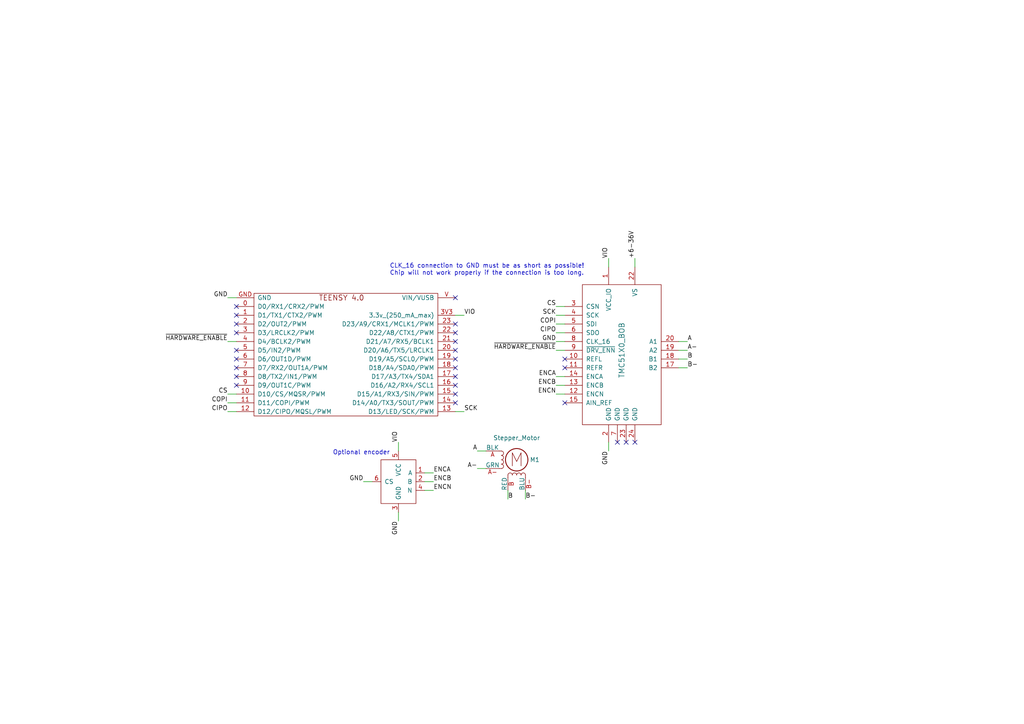
<source format=kicad_sch>
(kicad_sch (version 20230121) (generator eeschema)
  (paper "A4")
  (title_block (title "Trinamic Wiring") (date "2024-07-31") (rev "0.5") (company "Janelia Research Campus"))
  (lib_symbols
    (symbol "Janelia:ENCODER_EMS22Q" (pin_names (offset 1.016))
      (symbol "ENCODER_EMS22Q_0_1"
        (rectangle (start -5.08 6.35) (end 5.08 -6.35))
      )
      (symbol "ENCODER_EMS22Q_1_1"
        (pin output line (at 7.62 2.54 180) (length 2.54) (name "A") (number "1"))
        (pin output line (at 7.62 0 180) (length 2.54) (name "B") (number "2"))
        (pin power_in line (at 0 -8.89 90) (length 2.54) (name "GND") (number "3"))
        (pin output line (at 7.62 -2.54 180) (length 2.54) (name "N") (number "4"))
        (pin power_in line (at 0 8.89 270) (length 2.54) (name "VCC") (number "5"))
        (pin input line (at -7.62 0 0) (length 2.54) (name "CS") (number "6"))
      )
    )
    (symbol "Janelia:Stepper_Motor_QSH2818-32-07-006" (pin_names (offset 0))
      (property "Reference" "M" (at 3.81 0 0))
      (property "Value" "Stepper_Motor_QSH2818-32-07-006" (at 0 6.35 0))
      (symbol "Stepper_Motor_QSH2818-32-07-006_0_0"
        (polyline (pts (xy -1.27 -1.778) (xy -1.27 2.032) (xy 0 -0.508) (xy 1.27 2.032) (xy 1.27 -1.778)))
      )
      (symbol "Stepper_Motor_QSH2818-32-07-006_0_1"
        (arc (start -4.445 -2.54) (mid -3.8127 -1.905) (end -4.445 -1.27))
        (arc (start -4.445 -1.27) (mid -3.8127 -0.635) (end -4.445 0))
        (arc (start -4.445 0) (mid -3.8127 0.635) (end -4.445 1.27))
        (arc (start -4.445 1.27) (mid -3.8127 1.905) (end -4.445 2.54))
        (arc (start -1.27 -4.445) (mid -1.905 -3.8127) (end -2.54 -4.445))
        (arc (start 0 -4.445) (mid -0.635 -3.8127) (end -1.27 -4.445))
        (polyline (pts (xy -5.08 -2.54) (xy -4.445 -2.54)))
        (polyline (pts (xy -5.08 2.54) (xy -4.445 2.54)))
        (polyline (pts (xy -2.54 -5.08) (xy -2.54 -4.445)))
        (polyline (pts (xy 2.54 -5.08) (xy 2.54 -4.445)))
        (circle (center 0 0) (radius 3.2512) (stroke (width 0.254)))
        (arc (start 1.27 -4.445) (mid 0.635 -3.8127) (end 0 -4.445))
        (arc (start 2.54 -4.445) (mid 1.905 -3.8127) (end 1.27 -4.445))
      )
      (symbol "Stepper_Motor_QSH2818-32-07-006_1_1"
        (pin passive line (at -8.89 2.54 0) (length 3.81) (name "BLK") (number "A"))
        (pin passive line (at -8.89 -2.54 0) (length 3.81) (name "GRN") (number "A-"))
        (pin passive line (at -2.54 -8.89 90) (length 3.81) (name "RED") (number "B"))
        (pin passive line (at 2.54 -8.89 90) (length 3.81) (name "BLU") (number "B-"))
      )
    )
    (symbol "Janelia:TEENSY_4.0_HEADERS" (pin_names (offset 1.016))
      (property "Reference" "A" (at 0 19.05 0))
      (symbol "TEENSY_4.0_HEADERS_0_1"
        (rectangle (start -26.67 17.78) (end 26.67 -17.78))
      )
      (symbol "TEENSY_4.0_HEADERS_1_1"
        (text "TEENSY 4.0" (at -1.27 16.51 0) (effects (font (size 1.524 1.524))))
        (pin bidirectional line (at -31.75 13.97 0) (length 5.08) (name "D0/RX1/CRX2/PWM") (number "0"))
        (pin bidirectional line (at -31.75 11.43 0) (length 5.08) (name "D1/TX1/CTX2/PWM") (number "1"))
        (pin bidirectional line (at -31.75 -11.43 0) (length 5.08) (name "D10/CS/MQSR/PWM") (number "10"))
        (pin bidirectional line (at -31.75 -13.97 0) (length 5.08) (name "D11/COPI/PWM") (number "11"))
        (pin bidirectional line (at -31.75 -16.51 0) (length 5.08) (name "D12/CIPO/MQSL/PWM") (number "12"))
        (pin bidirectional line (at 31.75 -16.51 180) (length 5.08) (name "D13/LED/SCK/PWM") (number "13"))
        (pin passive line (at 31.75 -13.97 180) (length 5.08) (name "D14/A0/TX3/SOUT/PWM") (number "14"))
        (pin passive line (at 31.75 -11.43 180) (length 5.08) (name "D15/A1/RX3/SIN/PWM") (number "15"))
        (pin passive line (at 31.75 -8.89 180) (length 5.08) (name "D16/A2/RX4/SCL1") (number "16"))
        (pin passive line (at 31.75 -6.35 180) (length 5.08) (name "D17/A3/TX4/SDA1") (number "17"))
        (pin passive line (at 31.75 -3.81 180) (length 5.08) (name "D18/A4/SDA0/PWM") (number "18"))
        (pin passive line (at 31.75 -1.27 180) (length 5.08) (name "D19/A5/SCL0/PWM") (number "19"))
        (pin bidirectional line (at -31.75 8.89 0) (length 5.08) (name "D2/OUT2/PWM") (number "2"))
        (pin passive line (at 31.75 1.27 180) (length 5.08) (name "D20/A6/TX5/LRCLK1") (number "20"))
        (pin passive line (at 31.75 3.81 180) (length 5.08) (name "D21/A7/RX5/BCLK1") (number "21"))
        (pin passive line (at 31.75 6.35 180) (length 5.08) (name "D22/A8/CTX1/PWM") (number "22"))
        (pin passive line (at 31.75 8.89 180) (length 5.08) (name "D23/A9/CRX1/MCLK1/PWM") (number "23"))
        (pin bidirectional line (at -31.75 6.35 0) (length 5.08) (name "D3/LRCLK2/PWM") (number "3"))
        (pin power_out line (at 31.75 11.43 180) (length 5.08) (name "3.3v_(250_mA_max)") (number "3V3"))
        (pin bidirectional line (at -31.75 3.81 0) (length 5.08) (name "D4/BCLK2/PWM") (number "4"))
        (pin bidirectional line (at -31.75 1.27 0) (length 5.08) (name "D5/IN2/PWM") (number "5"))
        (pin bidirectional line (at -31.75 -1.27 0) (length 5.08) (name "D6/OUT1D/PWM") (number "6"))
        (pin bidirectional line (at -31.75 -3.81 0) (length 5.08) (name "D7/RX2/OUT1A/PWM") (number "7"))
        (pin bidirectional line (at -31.75 -6.35 0) (length 5.08) (name "D8/TX2/IN1/PWM") (number "8"))
        (pin bidirectional line (at -31.75 -8.89 0) (length 5.08) (name "D9/OUT1C/PWM") (number "9"))
        (pin passive line (at -31.75 16.51 0) (length 5.08) (name "GND") (number "GND"))
        (pin passive line (at 31.75 16.51 180) (length 5.08) (name "VIN/VUSB") (number "V"))
      )
    )
    (symbol "Janelia:TMC51X0_BOB" (pin_names (offset 1.016))
      (property "Value" "TMC51X0_BOB" (at 0 0 90))
      (symbol "TMC51X0_BOB_0_1"
        (rectangle (start -11.43 20.32) (end 11.43 -20.32))
      )
      (symbol "TMC51X0_BOB_1_1"
        (pin power_in line (at -3.81 25.4 270) (length 5.08) (name "VCC_IO") (number "1"))
        (pin input line (at -16.51 -1.27 0) (length 5.08) (name "REFL") (number "10"))
        (pin input line (at -16.51 -3.81 0) (length 5.08) (name "REFR") (number "11"))
        (pin input line (at -16.51 -11.43 0) (length 5.08) (name "ENCN") (number "12"))
        (pin input line (at -16.51 -8.89 0) (length 5.08) (name "ENCB") (number "13"))
        (pin input line (at -16.51 -6.35 0) (length 5.08) (name "ENCA") (number "14"))
        (pin input line (at -16.51 -13.97 0) (length 5.08) (name "AIN_REF") (number "15"))
        (pin power_out line (at 16.51 -3.81 180) (length 5.08) (name "B2") (number "17"))
        (pin power_out line (at 16.51 -1.27 180) (length 5.08) (name "B1") (number "18"))
        (pin power_out line (at 16.51 1.27 180) (length 5.08) (name "A2") (number "19"))
        (pin power_in line (at -3.81 -25.4 90) (length 5.08) (name "GND") (number "2"))
        (pin power_out line (at 16.51 3.81 180) (length 5.08) (name "A1") (number "20"))
        (pin power_in line (at 3.81 25.4 270) (length 5.08) (name "VS") (number "22"))
        (pin power_in line (at 1.27 -25.4 90) (length 5.08) (name "GND") (number "23"))
        (pin power_in line (at 3.81 -25.4 90) (length 5.08) (name "GND") (number "24"))
        (pin input line (at -16.51 13.97 0) (length 5.08) (name "CSN") (number "3"))
        (pin input line (at -16.51 11.43 0) (length 5.08) (name "SCK") (number "4"))
        (pin input line (at -16.51 8.89 0) (length 5.08) (name "SDI") (number "5"))
        (pin output line (at -16.51 6.35 0) (length 5.08) (name "SDO") (number "6"))
        (pin power_in line (at -1.27 -25.4 90) (length 5.08) (name "GND") (number "7"))
        (pin input line (at -16.51 3.81 0) (length 5.08) (name "CLK_16") (number "8"))
        (pin input line (at -16.51 1.27 0) (length 5.08) (name "~{DRV_ENN}") (number "9"))
      )
    )
  )
  (no_connect (at 132.08 86.36))
  (no_connect (at 132.08 114.3))
  (no_connect (at 163.83 104.14))
  (no_connect (at 163.83 106.68))
  (no_connect (at 181.61 128.27))
  (no_connect (at 163.83 116.84))
  (no_connect (at 68.58 88.9))
  (no_connect (at 68.58 104.14))
  (no_connect (at 68.58 101.6))
  (no_connect (at 68.58 106.68))
  (no_connect (at 68.58 109.22))
  (no_connect (at 68.58 111.76))
  (no_connect (at 132.08 96.52))
  (no_connect (at 132.08 93.98))
  (no_connect (at 132.08 111.76))
  (no_connect (at 132.08 109.22))
  (no_connect (at 132.08 106.68))
  (no_connect (at 132.08 104.14))
  (no_connect (at 132.08 101.6))
  (no_connect (at 132.08 99.06))
  (no_connect (at 68.58 93.98))
  (no_connect (at 132.08 116.84))
  (no_connect (at 179.07 128.27))
  (no_connect (at 184.15 128.27))
  (no_connect (at 68.58 91.44))
  (no_connect (at 68.58 96.52))
  (wire (pts (xy 196.85 104.14) (xy 199.39 104.14)))
  (wire (pts (xy 161.29 96.52) (xy 163.83 96.52)))
  (wire (pts (xy 138.43 130.81) (xy 140.97 130.81)))
  (wire (pts (xy 161.29 88.9) (xy 163.83 88.9)))
  (wire (pts (xy 66.04 114.3) (xy 68.58 114.3)))
  (wire (pts (xy 123.19 142.24) (xy 125.73 142.24)))
  (wire (pts (xy 66.04 116.84) (xy 68.58 116.84)))
  (wire (pts (xy 147.32 142.24) (xy 147.32 144.78)))
  (wire (pts (xy 68.58 86.36) (xy 66.04 86.36)))
  (wire (pts (xy 123.19 137.16) (xy 125.73 137.16)))
  (wire (pts (xy 123.19 139.7) (xy 125.73 139.7)))
  (wire (pts (xy 115.57 130.81) (xy 115.57 128.27)))
  (wire (pts (xy 138.43 135.89) (xy 140.97 135.89)))
  (wire (pts (xy 115.57 151.13) (xy 115.57 148.59)))
  (wire (pts (xy 163.83 91.44) (xy 161.29 91.44)))
  (wire (pts (xy 105.41 139.7) (xy 107.95 139.7)))
  (wire (pts (xy 161.29 93.98) (xy 163.83 93.98)))
  (wire (pts (xy 176.53 77.47) (xy 176.53 74.93)))
  (wire (pts (xy 163.83 111.76) (xy 161.29 111.76)))
  (wire (pts (xy 152.4 142.24) (xy 152.4 144.78)))
  (wire (pts (xy 66.04 119.38) (xy 68.58 119.38)))
  (wire (pts (xy 132.08 91.44) (xy 134.62 91.44)))
  (wire (pts (xy 163.83 114.3) (xy 161.29 114.3)))
  (wire (pts (xy 196.85 101.6) (xy 199.39 101.6)))
  (wire (pts (xy 176.53 128.27) (xy 176.53 130.81)))
  (wire (pts (xy 184.15 77.47) (xy 184.15 74.93)))
  (wire (pts (xy 163.83 109.22) (xy 161.29 109.22)))
  (wire (pts (xy 163.83 99.06) (xy 161.29 99.06)))
  (wire (pts (xy 161.29 101.6) (xy 163.83 101.6)))
  (wire (pts (xy 196.85 99.06) (xy 199.39 99.06)))
  (wire (pts (xy 132.08 119.38) (xy 134.62 119.38)))
  (wire (pts (xy 66.04 99.06) (xy 68.58 99.06)))
  (wire (pts (xy 196.85 106.68) (xy 199.39 106.68)))
  (text "Optional encoder" (at 96.52 132.08 0) (effects (font (size 1.27 1.27)) (justify left bottom)))
  (text "CLK_16 connection to GND must be as short as possible!\nChip will not work properly if the connection is too long." (at 113.03 80.01 0) (effects (font (size 1.27 1.27)) (justify left bottom)))
  (label "~{HARDWARE_ENABLE}" (at 161.29 101.6 180))
  (label "CIPO" (at 161.29 96.52 180))
  (label "A-" (at 199.39 101.6 0))
  (label "ENCA" (at 161.29 109.22 180))
  (label "ENCA" (at 125.73 137.16 0))
  (label "VIO" (at 176.53 74.93 90))
  (label "+6-36V" (at 184.15 74.93 90))
  (label "~{HARDWARE_ENABLE}" (at 66.04 99.06 180))
  (label "ENCN" (at 125.73 142.24 0))
  (label "SCK" (at 161.29 91.44 180))
  (label "VIO" (at 134.62 91.44 0))
  (label "B-" (at 152.4 144.78 0))
  (label "B" (at 147.32 144.78 0))
  (label "CS" (at 66.04 114.3 180))
  (label "GND" (at 115.57 151.13 270))
  (label "B-" (at 199.39 106.68 0))
  (label "GND" (at 161.29 99.06 180))
  (label "A" (at 138.43 130.81 180))
  (label "ENCB" (at 125.73 139.7 0))
  (label "A-" (at 138.43 135.89 180))
  (label "COPI" (at 161.29 93.98 180))
  (label "ENCB" (at 161.29 111.76 180))
  (label "B" (at 199.39 104.14 0))
  (label "GND" (at 176.53 130.81 270))
  (label "SCK" (at 134.62 119.38 0))
  (label "COPI" (at 66.04 116.84 180))
  (label "CIPO" (at 66.04 119.38 180))
  (label "CS" (at 161.29 88.9 180))
  (label "A" (at 199.39 99.06 0))
  (label "GND" (at 66.04 86.36 180))
  (label "VIO" (at 115.57 128.27 90))
  (label "GND" (at 105.41 139.7 180))
  (label "ENCN" (at 161.29 114.3 180))
  (symbol (lib_id "Janelia:TEENSY_4.0_HEADERS") (at 100.33 102.87 0) (unit 1)
    (property "Reference" "A1" (effects hide))
    (property "Value" "TEENSY_4.0_HEADERS" (effects hide))
    (property "Footprint" "Janelia:TEENSY_4.0_HEADERS" (effects hide))
    (property "Vendor" "Digi-Key" (effects hide))
    (property "Vendor Part Number" "S7047-ND" (effects hide))
    (property "Description" "CONN HDR 14POS 0.1 GOLD PCB" (effects hide))
    (property "Manufacturer" "Sullins Connector Solutions" (effects hide))
    (property "Manufacturer Part Number" "PPPC141LFBN-RC" (effects hide))
    (property "Sim.Enable" "0" (effects hide))
  )
  (symbol (lib_id "Janelia:ENCODER_EMS22Q") (at 115.57 139.7 0) (unit 1)
    (property "Reference" "ENC2" (effects hide))
    (property "Value" "ENCODER_EMS22Q" (effects hide))
    (property "Vendor" "Digi-Key" (effects hide))
    (property "Vendor Part Number" "EMS22Q31-B28-LS4-ND" (effects hide))
    (property "Description" "ROTARY ENCODER MAGNETIC 256PPR" (effects hide))
    (property "Sim.Enable" "0" (effects hide))
    (property "Manufacturer" "Bourns Inc." (effects hide))
    (property "Manufacturer Part Number" "EMS22Q31-B28-LS4" (effects hide))
  )
  (symbol (lib_id "Janelia:TMC51X0_BOB") (at 180.34 102.87 0) (unit 1)
    (property "Reference" "BOB1" (effects hide))
    (property "Value" "TMC51X0_BOB" (at 180.34 101.6 90) (effects (font (size 1.524 1.524))))
    (property "Vendor" "Digi-Key" (effects hide))
    (property "Vendor Part Number" "505-TMC51X0A-BOB-ND" (effects hide))
    (property "Description" "BREAKOUTBOARD WITH TMC51X0A" (effects hide))
    (property "Manufacturer" "Analog Devices Inc." (effects hide))
    (property "Manufacturer Part Number" "TMC51X0A-BOB" (effects hide))
    (property "Sim.Enable" "0" (effects hide))
  )
  (symbol (lib_id "Janelia:Stepper_Motor_QSH2818-32-07-006") (at 149.86 133.35 0) (unit 1)
    (property "Reference" "M1" (at 153.67 133.35 0) (effects (justify left)))
    (property "Value" "Stepper_Motor" (at 149.86 127 0))
    (property "Manufacturer" "Trinamic Motion Control" (effects hide))
    (property "Manufacturer Part Number" "QSH2818-32-07-006" (effects hide))
    (property "Vendor" "Digi-Key" (effects hide))
    (property "Vendor Part Number" "1460-1072-ND" (effects hide))
  )
)
</source>
